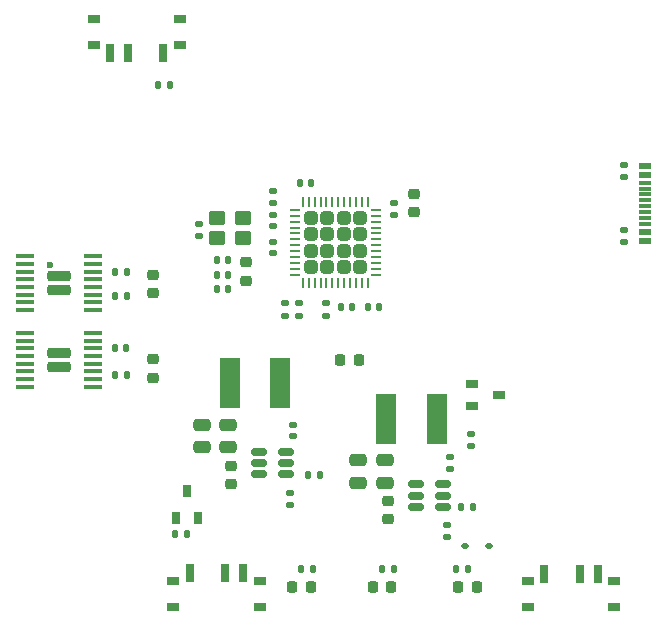
<source format=gbr>
%TF.GenerationSoftware,KiCad,Pcbnew,9.0.2*%
%TF.CreationDate,2025-06-02T04:20:19-04:00*%
%TF.ProjectId,VolleyBot,566f6c6c-6579-4426-9f74-2e6b69636164,rev?*%
%TF.SameCoordinates,Original*%
%TF.FileFunction,Paste,Top*%
%TF.FilePolarity,Positive*%
%FSLAX46Y46*%
G04 Gerber Fmt 4.6, Leading zero omitted, Abs format (unit mm)*
G04 Created by KiCad (PCBNEW 9.0.2) date 2025-06-02 04:20:19*
%MOMM*%
%LPD*%
G01*
G04 APERTURE LIST*
G04 Aperture macros list*
%AMRoundRect*
0 Rectangle with rounded corners*
0 $1 Rounding radius*
0 $2 $3 $4 $5 $6 $7 $8 $9 X,Y pos of 4 corners*
0 Add a 4 corners polygon primitive as box body*
4,1,4,$2,$3,$4,$5,$6,$7,$8,$9,$2,$3,0*
0 Add four circle primitives for the rounded corners*
1,1,$1+$1,$2,$3*
1,1,$1+$1,$4,$5*
1,1,$1+$1,$6,$7*
1,1,$1+$1,$8,$9*
0 Add four rect primitives between the rounded corners*
20,1,$1+$1,$2,$3,$4,$5,0*
20,1,$1+$1,$4,$5,$6,$7,0*
20,1,$1+$1,$6,$7,$8,$9,0*
20,1,$1+$1,$8,$9,$2,$3,0*%
G04 Aperture macros list end*
%ADD10R,0.700000X1.500000*%
%ADD11R,1.000000X0.800000*%
%ADD12R,1.100000X0.550000*%
%ADD13R,1.100000X0.300000*%
%ADD14RoundRect,0.135000X-0.135000X-0.185000X0.135000X-0.185000X0.135000X0.185000X-0.135000X0.185000X0*%
%ADD15RoundRect,0.218750X0.218750X0.256250X-0.218750X0.256250X-0.218750X-0.256250X0.218750X-0.256250X0*%
%ADD16RoundRect,0.135000X0.135000X0.185000X-0.135000X0.185000X-0.135000X-0.185000X0.135000X-0.185000X0*%
%ADD17R,0.800000X1.000000*%
%ADD18RoundRect,0.225000X0.250000X-0.225000X0.250000X0.225000X-0.250000X0.225000X-0.250000X-0.225000X0*%
%ADD19RoundRect,0.112500X-0.187500X-0.112500X0.187500X-0.112500X0.187500X0.112500X-0.187500X0.112500X0*%
%ADD20RoundRect,0.062500X-0.062500X-0.375000X0.062500X-0.375000X0.062500X0.375000X-0.062500X0.375000X0*%
%ADD21RoundRect,0.062500X-0.375000X-0.062500X0.375000X-0.062500X0.375000X0.062500X-0.375000X0.062500X0*%
%ADD22RoundRect,0.250000X-0.315000X-0.315000X0.315000X-0.315000X0.315000X0.315000X-0.315000X0.315000X0*%
%ADD23RoundRect,0.232500X-0.757500X-0.232500X0.757500X-0.232500X0.757500X0.232500X-0.757500X0.232500X0*%
%ADD24RoundRect,0.100000X-0.687500X-0.100000X0.687500X-0.100000X0.687500X0.100000X-0.687500X0.100000X0*%
%ADD25C,0.600000*%
%ADD26RoundRect,0.150000X-0.512500X-0.150000X0.512500X-0.150000X0.512500X0.150000X-0.512500X0.150000X0*%
%ADD27RoundRect,0.250000X-0.475000X0.250000X-0.475000X-0.250000X0.475000X-0.250000X0.475000X0.250000X0*%
%ADD28R,1.800000X4.200000*%
%ADD29RoundRect,0.140000X0.140000X0.170000X-0.140000X0.170000X-0.140000X-0.170000X0.140000X-0.170000X0*%
%ADD30RoundRect,0.225000X-0.250000X0.225000X-0.250000X-0.225000X0.250000X-0.225000X0.250000X0.225000X0*%
%ADD31RoundRect,0.140000X-0.170000X0.140000X-0.170000X-0.140000X0.170000X-0.140000X0.170000X0.140000X0*%
%ADD32RoundRect,0.250000X0.450000X0.350000X-0.450000X0.350000X-0.450000X-0.350000X0.450000X-0.350000X0*%
%ADD33RoundRect,0.135000X0.185000X-0.135000X0.185000X0.135000X-0.185000X0.135000X-0.185000X-0.135000X0*%
%ADD34RoundRect,0.140000X0.170000X-0.140000X0.170000X0.140000X-0.170000X0.140000X-0.170000X-0.140000X0*%
%ADD35RoundRect,0.140000X-0.140000X-0.170000X0.140000X-0.170000X0.140000X0.170000X-0.140000X0.170000X0*%
%ADD36RoundRect,0.135000X-0.185000X0.135000X-0.185000X-0.135000X0.185000X-0.135000X0.185000X0.135000X0*%
%ADD37RoundRect,0.218750X-0.218750X-0.256250X0.218750X-0.256250X0.218750X0.256250X-0.218750X0.256250X0*%
%ADD38RoundRect,0.218750X-0.256250X0.218750X-0.256250X-0.218750X0.256250X-0.218750X0.256250X0.218750X0*%
G04 APERTURE END LIST*
D10*
%TO.C,SW2*%
X142000000Y-112345000D03*
X140500000Y-112345000D03*
X137500000Y-112345000D03*
D11*
X143400000Y-115205000D03*
X143400000Y-112995000D03*
X136100000Y-115205000D03*
X136100000Y-112995000D03*
%TD*%
%TO.C,SW3*%
X106100000Y-112970000D03*
X106100000Y-115180000D03*
X113400000Y-112970000D03*
X113400000Y-115180000D03*
D10*
X107500000Y-112320000D03*
X110500000Y-112320000D03*
X112000000Y-112320000D03*
%TD*%
D12*
%TO.C,USB2*%
X146000000Y-77800000D03*
X146000000Y-78600000D03*
D13*
X146000000Y-79250000D03*
X146000000Y-79750000D03*
X146000000Y-80250000D03*
X146000000Y-80750000D03*
X146000000Y-81250000D03*
X146000000Y-81750000D03*
X146000000Y-82250000D03*
X146000000Y-82750000D03*
D12*
X146000000Y-83400000D03*
X146000000Y-84200000D03*
%TD*%
D10*
%TO.C,SW1*%
X100750000Y-68260000D03*
X102250000Y-68260000D03*
X105250000Y-68260000D03*
D11*
X99350000Y-65400000D03*
X99350000Y-67610000D03*
X106650000Y-65400000D03*
X106650000Y-67610000D03*
%TD*%
D14*
%TO.C,R20*%
X123730000Y-112000000D03*
X124750000Y-112000000D03*
%TD*%
D15*
%TO.C,D5*%
X124537500Y-113500000D03*
X122962500Y-113500000D03*
%TD*%
D16*
%TO.C,R19*%
X107270000Y-109000000D03*
X106250000Y-109000000D03*
%TD*%
D17*
%TO.C,Q2*%
X108200000Y-107650000D03*
X107250000Y-105350000D03*
X106300000Y-107650000D03*
%TD*%
D18*
%TO.C,C12*%
X111000000Y-103250000D03*
X111000000Y-104800000D03*
%TD*%
%TO.C,C23*%
X124250000Y-106200000D03*
X124250000Y-107750000D03*
%TD*%
D19*
%TO.C,D1*%
X132850000Y-110000000D03*
X130750000Y-110000000D03*
%TD*%
D20*
%TO.C,U1*%
X117050000Y-80862500D03*
X117550000Y-80862500D03*
X118050000Y-80862500D03*
X118550000Y-80862500D03*
X119050000Y-80862500D03*
X119550000Y-80862500D03*
X120050000Y-80862500D03*
X120550000Y-80862500D03*
X121050000Y-80862500D03*
X121550000Y-80862500D03*
X122050000Y-80862500D03*
X122550000Y-80862500D03*
D21*
X123237500Y-81550000D03*
X123237500Y-82050000D03*
X123237500Y-82550000D03*
X123237500Y-83050000D03*
X123237500Y-83550000D03*
X123237500Y-84050000D03*
X123237500Y-84550000D03*
X123237500Y-85050000D03*
X123237500Y-85550000D03*
X123237500Y-86050000D03*
X123237500Y-86550000D03*
X123237500Y-87050000D03*
D20*
X122550000Y-87737500D03*
X122050000Y-87737500D03*
X121550000Y-87737500D03*
X121050000Y-87737500D03*
X120550000Y-87737500D03*
X120050000Y-87737500D03*
X119550000Y-87737500D03*
X119050000Y-87737500D03*
X118550000Y-87737500D03*
X118050000Y-87737500D03*
X117550000Y-87737500D03*
X117050000Y-87737500D03*
D21*
X116362500Y-87050000D03*
X116362500Y-86550000D03*
X116362500Y-86050000D03*
X116362500Y-85550000D03*
X116362500Y-85050000D03*
X116362500Y-84550000D03*
X116362500Y-84050000D03*
X116362500Y-83550000D03*
X116362500Y-83050000D03*
X116362500Y-82550000D03*
X116362500Y-82050000D03*
X116362500Y-81550000D03*
D22*
X121900000Y-86400000D03*
X121900000Y-85000000D03*
X121900000Y-83600000D03*
X121900000Y-82200000D03*
X120500000Y-86400000D03*
X120500000Y-85000000D03*
X120500000Y-83600000D03*
X120500000Y-82200000D03*
X119100000Y-86400000D03*
X119100000Y-85000000D03*
X119100000Y-83600000D03*
X119100000Y-82200000D03*
X117700000Y-86400000D03*
X117700000Y-85000000D03*
X117700000Y-83600000D03*
X117700000Y-82200000D03*
%TD*%
D23*
%TO.C,U2*%
X96406250Y-87170000D03*
X96406250Y-88330000D03*
D24*
X93543750Y-85475000D03*
X93543750Y-86125000D03*
X93543750Y-86775000D03*
X93543750Y-87425000D03*
X93543750Y-88075000D03*
X93543750Y-88725000D03*
X93543750Y-89375000D03*
X93543750Y-90025000D03*
X99268750Y-90025000D03*
X99268750Y-89375000D03*
X99268750Y-88725000D03*
X99268750Y-88075000D03*
X99268750Y-87425000D03*
X99268750Y-86775000D03*
X99268750Y-86125000D03*
X99268750Y-85475000D03*
D25*
X95656250Y-86250000D03*
%TD*%
D23*
%TO.C,U3*%
X96406250Y-93670000D03*
X96406250Y-94830000D03*
D24*
X93543750Y-91975000D03*
X93543750Y-92625000D03*
X93543750Y-93275000D03*
X93543750Y-93925000D03*
X93543750Y-94575000D03*
X93543750Y-95225000D03*
X93543750Y-95875000D03*
X93543750Y-96525000D03*
X99268750Y-96525000D03*
X99268750Y-95875000D03*
X99268750Y-95225000D03*
X99268750Y-94575000D03*
X99268750Y-93925000D03*
X99268750Y-93275000D03*
X99268750Y-92625000D03*
X99268750Y-91975000D03*
%TD*%
D26*
%TO.C,U4*%
X115637500Y-102050000D03*
X115637500Y-103000000D03*
X115637500Y-103950000D03*
X113362500Y-103950000D03*
X113362500Y-103000000D03*
X113362500Y-102050000D03*
%TD*%
%TO.C,U5*%
X128887500Y-104800000D03*
X128887500Y-105750000D03*
X128887500Y-106700000D03*
X126612500Y-106700000D03*
X126612500Y-105750000D03*
X126612500Y-104800000D03*
%TD*%
D27*
%TO.C,C15*%
X108500000Y-99750000D03*
X108500000Y-101650000D03*
%TD*%
%TO.C,C25*%
X124000000Y-102750000D03*
X124000000Y-104650000D03*
%TD*%
D16*
%TO.C,R9*%
X118520000Y-104000000D03*
X117500000Y-104000000D03*
%TD*%
D27*
%TO.C,C14*%
X110750000Y-99750000D03*
X110750000Y-101650000D03*
%TD*%
D28*
%TO.C,L1*%
X115150000Y-96250000D03*
X110850000Y-96250000D03*
%TD*%
D29*
%TO.C,C7*%
X110730000Y-88287500D03*
X109770000Y-88287500D03*
%TD*%
%TO.C,C2*%
X123500000Y-89750000D03*
X122540000Y-89750000D03*
%TD*%
D27*
%TO.C,C26*%
X121750000Y-102750000D03*
X121750000Y-104650000D03*
%TD*%
D30*
%TO.C,C21*%
X104406250Y-87055000D03*
X104406250Y-88605000D03*
%TD*%
D31*
%TO.C,C4*%
X124750000Y-80995000D03*
X124750000Y-81955000D03*
%TD*%
D29*
%TO.C,C5*%
X110710000Y-85787500D03*
X109750000Y-85787500D03*
%TD*%
D32*
%TO.C,Y1*%
X112000000Y-82250000D03*
X109800000Y-82250000D03*
X109800000Y-83950000D03*
X112000000Y-83950000D03*
%TD*%
D33*
%TO.C,R4*%
X131250000Y-101510000D03*
X131250000Y-100490000D03*
%TD*%
D34*
%TO.C,C22*%
X114500000Y-80940000D03*
X114500000Y-79980000D03*
%TD*%
D15*
%TO.C,D2*%
X117750000Y-113500000D03*
X116175000Y-113500000D03*
%TD*%
D31*
%TO.C,C8*%
X114500000Y-84250000D03*
X114500000Y-85210000D03*
%TD*%
D35*
%TO.C,C20*%
X101156250Y-93250000D03*
X102116250Y-93250000D03*
%TD*%
D34*
%TO.C,C24*%
X129500000Y-103460000D03*
X129500000Y-102500000D03*
%TD*%
D33*
%TO.C,R8*%
X116000000Y-106520000D03*
X116000000Y-105500000D03*
%TD*%
%TO.C,R5*%
X115500000Y-90500000D03*
X115500000Y-89480000D03*
%TD*%
%TO.C,R2*%
X144212500Y-78760000D03*
X144212500Y-77740000D03*
%TD*%
D35*
%TO.C,C11*%
X120290000Y-89750000D03*
X121250000Y-89750000D03*
%TD*%
D11*
%TO.C,Q1*%
X131350000Y-96300000D03*
X131350000Y-98200000D03*
X133650000Y-97250000D03*
%TD*%
D34*
%TO.C,C10*%
X108250000Y-83730000D03*
X108250000Y-82770000D03*
%TD*%
D35*
%TO.C,C3*%
X116790000Y-79250000D03*
X117750000Y-79250000D03*
%TD*%
D36*
%TO.C,R6*%
X116750000Y-89480000D03*
X116750000Y-90500000D03*
%TD*%
D16*
%TO.C,R13*%
X131020000Y-112000000D03*
X130000000Y-112000000D03*
%TD*%
D14*
%TO.C,R7*%
X116905000Y-112000000D03*
X117925000Y-112000000D03*
%TD*%
%TO.C,R1*%
X104750000Y-71000000D03*
X105770000Y-71000000D03*
%TD*%
D30*
%TO.C,C18*%
X104406250Y-94200000D03*
X104406250Y-95750000D03*
%TD*%
D37*
%TO.C,D3*%
X120212500Y-94250000D03*
X121787500Y-94250000D03*
%TD*%
D38*
%TO.C,FB1*%
X112250000Y-86000000D03*
X112250000Y-87575000D03*
%TD*%
D34*
%TO.C,C9*%
X114500000Y-82960000D03*
X114500000Y-82000000D03*
%TD*%
D37*
%TO.C,D4*%
X130222500Y-113500000D03*
X131797500Y-113500000D03*
%TD*%
D33*
%TO.C,R10*%
X129250000Y-109270000D03*
X129250000Y-108250000D03*
%TD*%
D28*
%TO.C,L2*%
X128400000Y-99250000D03*
X124100000Y-99250000D03*
%TD*%
D36*
%TO.C,R12*%
X119000000Y-89480000D03*
X119000000Y-90500000D03*
%TD*%
D35*
%TO.C,C16*%
X101176250Y-86830000D03*
X102136250Y-86830000D03*
%TD*%
D30*
%TO.C,C1*%
X126500000Y-80200000D03*
X126500000Y-81750000D03*
%TD*%
D34*
%TO.C,C13*%
X116250000Y-100730000D03*
X116250000Y-99770000D03*
%TD*%
D36*
%TO.C,R3*%
X144212500Y-83240000D03*
X144212500Y-84260000D03*
%TD*%
D29*
%TO.C,C19*%
X102136250Y-95500000D03*
X101176250Y-95500000D03*
%TD*%
%TO.C,C17*%
X102136250Y-88830000D03*
X101176250Y-88830000D03*
%TD*%
%TO.C,C6*%
X110710000Y-87037500D03*
X109750000Y-87037500D03*
%TD*%
D16*
%TO.C,R11*%
X131500000Y-106750000D03*
X130480000Y-106750000D03*
%TD*%
M02*

</source>
